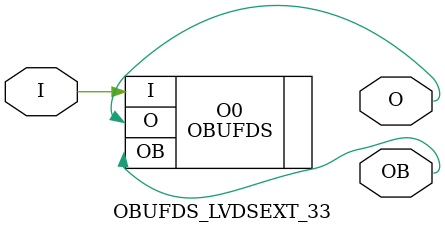
<source format=v>


`timescale  1 ps / 1 ps


module OBUFDS_LVDSEXT_33 (O, OB, I);

    output O, OB;

    input  I;

	OBUFDS #(.IOSTANDARD("LVDSEXT_33")) O0 (.O(O), .I(I), .OB(OB));


endmodule



</source>
